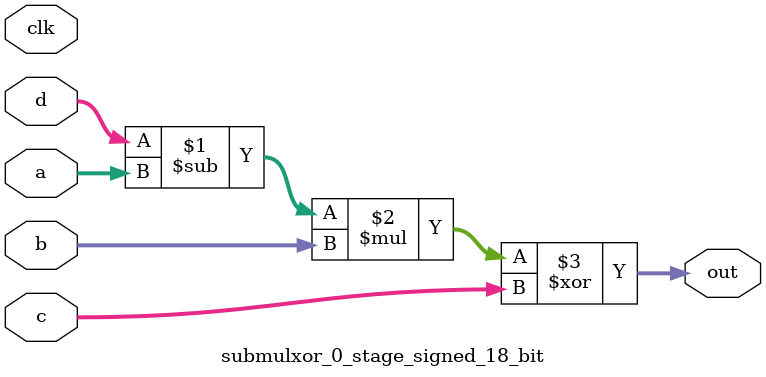
<source format=sv>
(* use_dsp = "yes" *) module submulxor_0_stage_signed_18_bit(
	input signed [17:0] a,
	input signed [17:0] b,
	input signed [17:0] c,
	input signed [17:0] d,
	output [17:0] out,
	input clk);

	assign out = ((d - a) * b) ^ c;
endmodule

</source>
